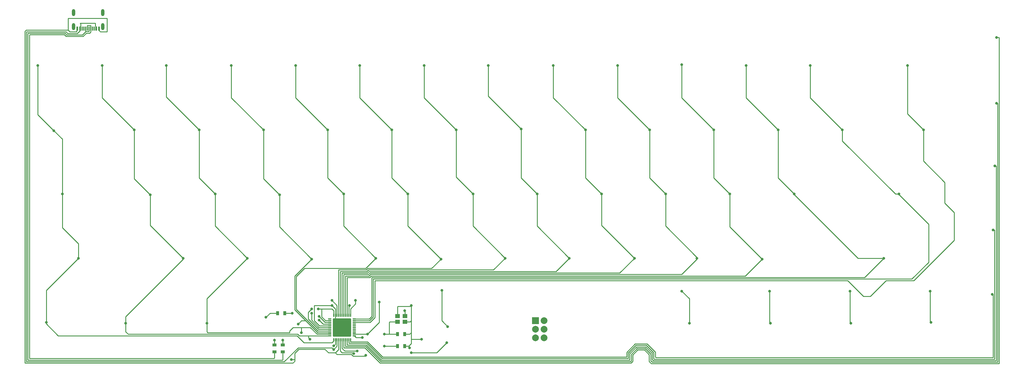
<source format=gbr>
%TF.GenerationSoftware,KiCad,Pcbnew,(6.0.8)*%
%TF.CreationDate,2022-12-31T11:57:47+00:00*%
%TF.ProjectId,USBKB,5553424b-422e-46b6-9963-61645f706362,rev?*%
%TF.SameCoordinates,Original*%
%TF.FileFunction,Copper,L1,Top*%
%TF.FilePolarity,Positive*%
%FSLAX46Y46*%
G04 Gerber Fmt 4.6, Leading zero omitted, Abs format (unit mm)*
G04 Created by KiCad (PCBNEW (6.0.8)) date 2022-12-31 11:57:47*
%MOMM*%
%LPD*%
G01*
G04 APERTURE LIST*
G04 Aperture macros list*
%AMRoundRect*
0 Rectangle with rounded corners*
0 $1 Rounding radius*
0 $2 $3 $4 $5 $6 $7 $8 $9 X,Y pos of 4 corners*
0 Add a 4 corners polygon primitive as box body*
4,1,4,$2,$3,$4,$5,$6,$7,$8,$9,$2,$3,0*
0 Add four circle primitives for the rounded corners*
1,1,$1+$1,$2,$3*
1,1,$1+$1,$4,$5*
1,1,$1+$1,$6,$7*
1,1,$1+$1,$8,$9*
0 Add four rect primitives between the rounded corners*
20,1,$1+$1,$2,$3,$4,$5,0*
20,1,$1+$1,$4,$5,$6,$7,0*
20,1,$1+$1,$6,$7,$8,$9,0*
20,1,$1+$1,$8,$9,$2,$3,0*%
G04 Aperture macros list end*
%TA.AperFunction,ComponentPad*%
%ADD10O,1.000000X2.100000*%
%TD*%
%TA.AperFunction,SMDPad,CuDef*%
%ADD11R,0.600000X1.150000*%
%TD*%
%TA.AperFunction,SMDPad,CuDef*%
%ADD12R,0.300000X1.150000*%
%TD*%
%TA.AperFunction,SMDPad,CuDef*%
%ADD13R,1.300000X0.900000*%
%TD*%
%TA.AperFunction,SMDPad,CuDef*%
%ADD14R,0.900000X1.300000*%
%TD*%
%TA.AperFunction,ComponentPad*%
%ADD15R,2.000000X2.000000*%
%TD*%
%TA.AperFunction,ComponentPad*%
%ADD16C,2.000000*%
%TD*%
%TA.AperFunction,SMDPad,CuDef*%
%ADD17O,1.150000X0.300000*%
%TD*%
%TA.AperFunction,SMDPad,CuDef*%
%ADD18O,0.300000X1.150000*%
%TD*%
%TA.AperFunction,SMDPad,CuDef*%
%ADD19RoundRect,0.200000X-2.500000X-2.500000X2.500000X-2.500000X2.500000X2.500000X-2.500000X2.500000X0*%
%TD*%
%TA.AperFunction,SMDPad,CuDef*%
%ADD20R,1.400000X1.200000*%
%TD*%
%TA.AperFunction,ViaPad*%
%ADD21C,0.800000*%
%TD*%
%TA.AperFunction,Conductor*%
%ADD22C,0.250000*%
%TD*%
G04 APERTURE END LIST*
D10*
%TO.P,U1,*%
%TO.N,*%
X45220002Y-22765000D03*
X36580002Y-26945000D03*
X36580002Y-22765000D03*
X45220002Y-26945000D03*
D11*
%TO.P,U1,A1/B12,GND*%
%TO.N,Net-(C1-Pad1)*%
X44100002Y-27520000D03*
%TO.P,U1,A4/B9,VBUS*%
%TO.N,Net-(U1-PadA4/B9)*%
X43300002Y-27520000D03*
D12*
%TO.P,U1,A5,CC1*%
%TO.N,unconnected-(U1-PadA5)*%
X42150002Y-27520000D03*
%TO.P,U1,A6,DP*%
%TO.N,Net-(R1-Pad2)*%
X41150002Y-27520000D03*
%TO.P,U1,A7,DN*%
%TO.N,Net-(R2-Pad2)*%
X40650002Y-27520000D03*
%TO.P,U1,A8,SBU1*%
%TO.N,unconnected-(U1-PadA8)*%
X39650002Y-27520000D03*
D11*
%TO.P,U1,B1/A12,GND*%
%TO.N,Net-(C1-Pad1)*%
X37700002Y-27520000D03*
%TO.P,U1,B4/A9,VBUS*%
%TO.N,Net-(U1-PadA4/B9)*%
X38500002Y-27520000D03*
D12*
%TO.P,U1,B5,CC2*%
%TO.N,unconnected-(U1-PadB5)*%
X39150002Y-27520000D03*
%TO.P,U1,B6,DP*%
%TO.N,Net-(R1-Pad2)*%
X40150002Y-27520000D03*
%TO.P,U1,B7,DN*%
%TO.N,Net-(R2-Pad2)*%
X41650002Y-27520000D03*
%TO.P,U1,B8,SUB2*%
%TO.N,unconnected-(U1-PadB8)*%
X42650002Y-27520000D03*
%TD*%
D13*
%TO.P,R2,1*%
%TO.N,Net-(R2-Pad1)*%
X96000000Y-121150000D03*
%TO.P,R2,2*%
%TO.N,Net-(R2-Pad2)*%
X96000000Y-123250000D03*
%TD*%
D14*
%TO.P,C2,1*%
%TO.N,Net-(C1-Pad1)*%
X134550000Y-118000000D03*
%TO.P,C2,2*%
%TO.N,Net-(C2-Pad2)*%
X132450000Y-118000000D03*
%TD*%
%TO.P,C3,1*%
%TO.N,Net-(C1-Pad1)*%
X134550000Y-121500000D03*
%TO.P,C3,2*%
%TO.N,Net-(C3-Pad2)*%
X132450000Y-121500000D03*
%TD*%
%TO.P,C1,1*%
%TO.N,Net-(C1-Pad1)*%
X96950000Y-111750000D03*
%TO.P,C1,2*%
%TO.N,Net-(C1-Pad2)*%
X99050000Y-111750000D03*
%TD*%
D15*
%TO.P,U2,1,MISO*%
%TO.N,/COL1*%
X173230000Y-113960000D03*
D16*
%TO.P,U2,2,Vcc*%
%TO.N,Net-(U1-PadA4/B9)*%
X175770000Y-113960000D03*
%TO.P,U2,3,SCK*%
%TO.N,/COL3*%
X173230000Y-116500000D03*
%TO.P,U2,4,MOSI*%
%TO.N,/COL2*%
X175770000Y-116500000D03*
%TO.P,U2,5,RST*%
%TO.N,Net-(U2-Pad5)*%
X173230000Y-119040000D03*
%TO.P,U2,6,GND*%
%TO.N,Net-(C1-Pad1)*%
X175770000Y-119040000D03*
%TD*%
D17*
%TO.P,U3,1,PE6*%
%TO.N,unconnected-(U3-Pad1)*%
X112375000Y-113500000D03*
%TO.P,U3,2,UVcc*%
%TO.N,Net-(U1-PadA4/B9)*%
X112375000Y-114000000D03*
%TO.P,U3,3,D-*%
%TO.N,Net-(R2-Pad1)*%
X112375000Y-114500000D03*
%TO.P,U3,4,D+*%
%TO.N,Net-(R1-Pad1)*%
X112375000Y-115000000D03*
%TO.P,U3,5,UGnd*%
%TO.N,Net-(C1-Pad1)*%
X112375000Y-115500000D03*
%TO.P,U3,6,UCap*%
%TO.N,Net-(C1-Pad2)*%
X112375000Y-116000000D03*
%TO.P,U3,7,VBus*%
%TO.N,Net-(U1-PadA4/B9)*%
X112375000Y-116500000D03*
%TO.P,U3,8,PB0(SS)*%
%TO.N,/COL4*%
X112375000Y-117000000D03*
%TO.P,U3,9,PB1(SCL)*%
%TO.N,/COL3*%
X112375000Y-117500000D03*
%TO.P,U3,10,PB2(MOSI)*%
%TO.N,/COL2*%
X112375000Y-118000000D03*
%TO.P,U3,11,PB3(MISO)*%
%TO.N,/COL1*%
X112375000Y-118500000D03*
D18*
%TO.P,U3,12,PB7*%
%TO.N,/COL0*%
X113500000Y-119625000D03*
%TO.P,U3,13,~{RESET}*%
%TO.N,Net-(U2-Pad5)*%
X114000000Y-119625000D03*
%TO.P,U3,14,Vcc*%
%TO.N,Net-(U1-PadA4/B9)*%
X114500000Y-119625000D03*
%TO.P,U3,15,GND*%
%TO.N,Net-(C1-Pad1)*%
X115000000Y-119625000D03*
%TO.P,U3,16,XTAL2*%
%TO.N,Net-(C3-Pad2)*%
X115500000Y-119625000D03*
%TO.P,U3,17,XTAL1*%
%TO.N,Net-(C2-Pad2)*%
X116000000Y-119625000D03*
%TO.P,U3,18,PD0*%
%TO.N,/ROW0*%
X116500000Y-119625000D03*
%TO.P,U3,19,PD1*%
%TO.N,/ROW1*%
X117000000Y-119625000D03*
%TO.P,U3,20,PD2*%
%TO.N,/ROW2*%
X117500000Y-119625000D03*
%TO.P,U3,21,PD3*%
%TO.N,/ROW3*%
X118000000Y-119625000D03*
%TO.P,U3,22,PD5*%
%TO.N,/ROW4*%
X118500000Y-119625000D03*
D17*
%TO.P,U3,23,GND*%
%TO.N,Net-(C1-Pad1)*%
X119625000Y-118500000D03*
%TO.P,U3,24,AVcc*%
%TO.N,Net-(U1-PadA4/B9)*%
X119625000Y-118000000D03*
%TO.P,U3,25,PD4*%
%TO.N,unconnected-(U3-Pad25)*%
X119625000Y-117500000D03*
%TO.P,U3,26,PD6*%
%TO.N,unconnected-(U3-Pad26)*%
X119625000Y-117000000D03*
%TO.P,U3,27,PD7*%
%TO.N,unconnected-(U3-Pad27)*%
X119625000Y-116500000D03*
%TO.P,U3,28,PB4*%
%TO.N,unconnected-(U3-Pad28)*%
X119625000Y-116000000D03*
%TO.P,U3,29,PB5*%
%TO.N,unconnected-(U3-Pad29)*%
X119625000Y-115500000D03*
%TO.P,U3,30,PB6*%
%TO.N,unconnected-(U3-Pad30)*%
X119625000Y-115000000D03*
%TO.P,U3,31,PC6*%
%TO.N,/COL13*%
X119625000Y-114500000D03*
%TO.P,U3,32,PC7*%
%TO.N,/COL12*%
X119625000Y-114000000D03*
%TO.P,U3,33,PE2*%
%TO.N,/COL11*%
X119625000Y-113500000D03*
D18*
%TO.P,U3,34,Vcc*%
%TO.N,Net-(U1-PadA4/B9)*%
X118500000Y-112375000D03*
%TO.P,U3,35,GND*%
%TO.N,Net-(C1-Pad1)*%
X118000000Y-112375000D03*
%TO.P,U3,36,PF7*%
%TO.N,/COL10*%
X117500000Y-112375000D03*
%TO.P,U3,37,PF6*%
%TO.N,/COL9*%
X117000000Y-112375000D03*
%TO.P,U3,38,PF5*%
%TO.N,/COL8*%
X116500000Y-112375000D03*
%TO.P,U3,39,PF4*%
%TO.N,/COL7*%
X116000000Y-112375000D03*
%TO.P,U3,40,PF1*%
%TO.N,/COL6*%
X115500000Y-112375000D03*
%TO.P,U3,41,PF0*%
%TO.N,/COL5*%
X115000000Y-112375000D03*
%TO.P,U3,42,AREF*%
%TO.N,Net-(U1-PadA4/B9)*%
X114500000Y-112375000D03*
%TO.P,U3,43,GND*%
%TO.N,Net-(C1-Pad1)*%
X114000000Y-112375000D03*
%TO.P,U3,44,AVcc*%
%TO.N,Net-(U1-PadA4/B9)*%
X113500000Y-112375000D03*
D19*
%TO.P,U3,45,GND*%
%TO.N,Net-(C1-Pad1)*%
X116000000Y-116000000D03*
%TD*%
D13*
%TO.P,R1,1*%
%TO.N,Net-(R1-Pad1)*%
X98500000Y-121150000D03*
%TO.P,R1,2*%
%TO.N,Net-(R1-Pad2)*%
X98500000Y-123250000D03*
%TD*%
D20*
%TO.P,Y1,1,1*%
%TO.N,Net-(C2-Pad2)*%
X132400000Y-114350000D03*
%TO.P,Y1,2,2*%
%TO.N,Net-(C1-Pad1)*%
X134600000Y-114350000D03*
%TO.P,Y1,3,3*%
%TO.N,Net-(C3-Pad2)*%
X134600000Y-112650000D03*
%TO.P,Y1,4,4*%
%TO.N,Net-(C1-Pad1)*%
X132400000Y-112650000D03*
%TD*%
D21*
%TO.N,Net-(C1-Pad1)*%
X93500000Y-113000000D03*
X113000000Y-109500000D03*
X118224500Y-109500000D03*
X139500000Y-119500000D03*
X136000000Y-122000000D03*
X101000000Y-125500000D03*
X136500000Y-109500000D03*
X121981551Y-118993850D03*
X123012299Y-124224500D03*
%TO.N,Net-(C1-Pad2)*%
X107000000Y-111750000D03*
X101250000Y-111750000D03*
%TO.N,Net-(C2-Pad2)*%
X128500000Y-118000000D03*
X120500000Y-123000000D03*
%TO.N,Net-(C3-Pad2)*%
X134500000Y-111000000D03*
X128500000Y-121500000D03*
X119500000Y-123724500D03*
%TO.N,/ROW2*%
X309120495Y-68175000D03*
%TO.N,/COL1*%
X54500000Y-57500000D03*
X106500000Y-119500000D03*
X69000000Y-95500000D03*
X59250000Y-76750000D03*
X52000000Y-114750000D03*
X44997978Y-38493818D03*
%TO.N,/COL11*%
X290250000Y-114500000D03*
X249750000Y-76500000D03*
X276250000Y-95500000D03*
X290000000Y-105275500D03*
X245000000Y-57500000D03*
X235500000Y-38500000D03*
%TO.N,/ROW3*%
X308620495Y-87175000D03*
%TO.N,/COL5*%
X145500000Y-105000000D03*
X145250000Y-95750000D03*
X135500000Y-76500000D03*
X130750000Y-57500000D03*
X147250000Y-115750000D03*
X121250000Y-38500000D03*
%TO.N,/ROW1*%
X309620495Y-49675000D03*
%TO.N,/COL13*%
X288000000Y-57500000D03*
X283250000Y-38500000D03*
%TO.N,/ROW0*%
X309620495Y-30175000D03*
%TO.N,/COL3*%
X83248960Y-38499999D03*
X107000000Y-95750000D03*
X103000000Y-115000000D03*
X97500000Y-76750000D03*
X92750000Y-57500000D03*
%TO.N,/COL0*%
X28500000Y-114500000D03*
X38000000Y-95500000D03*
X26000000Y-38500000D03*
X30750000Y-57750000D03*
X33250000Y-76500000D03*
%TO.N,/COL8*%
X178500000Y-38500000D03*
X218750000Y-114750000D03*
X202500000Y-95500000D03*
X216500000Y-105250000D03*
X188000000Y-57500000D03*
X192750000Y-76500000D03*
%TO.N,/COL12*%
X264000000Y-57500000D03*
X280750000Y-76500000D03*
X254500000Y-38500000D03*
%TO.N,/COL4*%
X126000000Y-95500000D03*
X116500000Y-76500000D03*
X111750000Y-57500000D03*
X102250000Y-38500000D03*
%TO.N,/ROW4*%
X308325500Y-106175000D03*
%TO.N,/COL10*%
X216500000Y-38250000D03*
X266250000Y-105275500D03*
X226000000Y-57500000D03*
X230750000Y-76500000D03*
X266500000Y-114750000D03*
X240250000Y-95750000D03*
%TO.N,/COL6*%
X154750000Y-76500000D03*
X149750000Y-57500000D03*
X164250000Y-95500000D03*
X140250000Y-38500000D03*
%TO.N,/COL7*%
X159250000Y-38500000D03*
X169000000Y-57250000D03*
X183250000Y-95500000D03*
X173750000Y-76500000D03*
%TO.N,/COL9*%
X221000000Y-95500000D03*
X242750000Y-114750000D03*
X207000000Y-57500000D03*
X242500000Y-105250000D03*
X197500000Y-38500000D03*
X211750000Y-76500000D03*
%TO.N,/COL2*%
X88000000Y-95500000D03*
X63999364Y-38493818D03*
X147000000Y-120500000D03*
X136500000Y-123500000D03*
X78500000Y-76500000D03*
X76000000Y-114750000D03*
X104000000Y-117500000D03*
X73750000Y-57500000D03*
%TO.N,Net-(R1-Pad1)*%
X109192004Y-113832594D03*
X98500000Y-119750000D03*
%TO.N,Net-(R2-Pad1)*%
X109250000Y-112750000D03*
X96000000Y-119750000D03*
%TO.N,Net-(U2-Pad5)*%
X113500000Y-121475402D03*
%TO.N,Net-(U1-PadA4/B9)*%
X113500000Y-122500000D03*
X109000000Y-110500000D03*
X123500000Y-118000000D03*
X107000000Y-110500000D03*
X120000000Y-108000000D03*
X127000000Y-108500000D03*
X113000000Y-108000000D03*
%TD*%
D22*
%TO.N,Net-(C1-Pad1)*%
X114025000Y-110525000D02*
X114025000Y-112250000D01*
X37700002Y-27520000D02*
X37500000Y-27720002D01*
X118750195Y-124000000D02*
X114500000Y-124000000D01*
X136500000Y-114000000D02*
X136150000Y-114350000D01*
X120125000Y-119000000D02*
X119625000Y-118500000D01*
X136500000Y-119500000D02*
X136500000Y-120750000D01*
X102000000Y-126000000D02*
X102000000Y-125500000D01*
X35500000Y-28500000D02*
X35000000Y-28000000D01*
X136500000Y-109500000D02*
X136250000Y-109750000D01*
X118000000Y-109724500D02*
X118000000Y-112375000D01*
X112000000Y-123500000D02*
X114000000Y-123500000D01*
X121975401Y-119000000D02*
X120125000Y-119000000D01*
X116000000Y-116000000D02*
X114000000Y-114000000D01*
X136000000Y-121750000D02*
X135750000Y-121500000D01*
X136250000Y-109750000D02*
X132500000Y-109750000D01*
X113000000Y-109500000D02*
X114025000Y-110525000D01*
X35000000Y-28000000D02*
X22500000Y-28000000D01*
X103500000Y-122450000D02*
X110950000Y-122450000D01*
X136000000Y-118000000D02*
X134300000Y-118000000D01*
X101000000Y-125500000D02*
X102000000Y-125500000D01*
X135750000Y-121500000D02*
X134550000Y-121500000D01*
X46500000Y-28500000D02*
X46500000Y-24500000D01*
X110950000Y-122450000D02*
X112000000Y-123500000D01*
X123012299Y-124224500D02*
X122736799Y-124500000D01*
X107750000Y-109500000D02*
X107750000Y-113954416D01*
X136500000Y-120750000D02*
X135750000Y-121500000D01*
X46500000Y-24500000D02*
X35000000Y-24500000D01*
X102000000Y-125500000D02*
X102000000Y-123636396D01*
X44100002Y-27520000D02*
X44100002Y-28100002D01*
X136500000Y-114000000D02*
X136500000Y-117500000D01*
X113000000Y-109500000D02*
X107750000Y-109500000D01*
X44500000Y-28500000D02*
X46500000Y-28500000D01*
X107750000Y-113954416D02*
X109295584Y-115500000D01*
X22500000Y-28000000D02*
X22150000Y-28350000D01*
X122736799Y-124500000D02*
X119250195Y-124500000D01*
X132400000Y-109850000D02*
X132400000Y-112650000D01*
X139500000Y-119500000D02*
X136500000Y-119500000D01*
X96950000Y-111750000D02*
X94750000Y-111750000D01*
X114000000Y-123500000D02*
X115000000Y-122500000D01*
X102000000Y-123636396D02*
X103186396Y-122450000D01*
X119250195Y-124500000D02*
X118750195Y-124000000D01*
X44100002Y-28100002D02*
X44500000Y-28500000D01*
X136150000Y-114350000D02*
X134600000Y-114350000D01*
X22150000Y-28350000D02*
X22150000Y-126550000D01*
X94750000Y-111750000D02*
X93500000Y-113000000D01*
X35000000Y-24500000D02*
X35000000Y-28000000D01*
X121981551Y-118993850D02*
X121975401Y-119000000D01*
X37500000Y-28500000D02*
X35500000Y-28500000D01*
X136000000Y-122000000D02*
X136000000Y-121750000D01*
X132500000Y-109750000D02*
X132400000Y-109850000D01*
X115000000Y-122500000D02*
X115000000Y-119625000D01*
X114500000Y-124000000D02*
X114000000Y-123500000D01*
X103186396Y-122450000D02*
X103500000Y-122450000D01*
X114000000Y-114000000D02*
X114000000Y-112375000D01*
X136500000Y-117500000D02*
X136500000Y-119500000D01*
X118224500Y-109500000D02*
X118000000Y-109724500D01*
X37500000Y-27720002D02*
X37500000Y-28500000D01*
X109295584Y-115500000D02*
X112375000Y-115500000D01*
X136500000Y-117500000D02*
X136000000Y-118000000D01*
X101450000Y-126550000D02*
X102000000Y-126000000D01*
X136500000Y-109500000D02*
X136500000Y-114000000D01*
X22150000Y-126550000D02*
X101450000Y-126550000D01*
%TO.N,Net-(C1-Pad2)*%
X101250000Y-111750000D02*
X99050000Y-111750000D01*
X109159188Y-116000000D02*
X112375000Y-116000000D01*
X107000000Y-111750000D02*
X107000000Y-113840812D01*
X107000000Y-113840812D02*
X109159188Y-116000000D01*
%TO.N,Net-(C2-Pad2)*%
X132400000Y-114350000D02*
X130150000Y-114350000D01*
X116000000Y-122186396D02*
X116000000Y-119625000D01*
X116813604Y-123000000D02*
X116000000Y-122186396D01*
X120500000Y-123000000D02*
X116813604Y-123000000D01*
X130150000Y-114350000D02*
X130000000Y-114500000D01*
X130000000Y-118000000D02*
X128500000Y-118000000D01*
X130000000Y-114500000D02*
X130000000Y-118000000D01*
X132450000Y-118000000D02*
X130000000Y-118000000D01*
%TO.N,Net-(C3-Pad2)*%
X119275500Y-123500000D02*
X116000000Y-123500000D01*
X132450000Y-121500000D02*
X128500000Y-121500000D01*
X119500000Y-123724500D02*
X119275500Y-123500000D01*
X134600000Y-111100000D02*
X134500000Y-111000000D01*
X134600000Y-112650000D02*
X134600000Y-111100000D01*
X115500000Y-123000000D02*
X115500000Y-119625000D01*
X116000000Y-123500000D02*
X115500000Y-123000000D01*
%TO.N,/ROW2*%
X201100000Y-125650000D02*
X127672792Y-125650000D01*
X208075000Y-125825000D02*
X207760806Y-125510806D01*
X309500000Y-68175000D02*
X309500000Y-125825000D01*
X207760806Y-123675455D02*
X205831050Y-121745699D01*
X205831050Y-121745699D02*
X203101960Y-121745699D01*
X309500000Y-125825000D02*
X208075000Y-125825000D01*
X309120495Y-68175000D02*
X309500000Y-68175000D01*
X117500000Y-121150000D02*
X117500000Y-119625000D01*
X127672792Y-125650000D02*
X123172792Y-121150000D01*
X203101960Y-121745699D02*
X201100000Y-123747659D01*
X123172792Y-121150000D02*
X117500000Y-121150000D01*
X201100000Y-123747659D02*
X201100000Y-125650000D01*
X207760806Y-125510806D02*
X207760806Y-123675455D01*
%TO.N,/COL1*%
X106050000Y-118450000D02*
X111700000Y-118450000D01*
X54500000Y-57500000D02*
X54500000Y-72000000D01*
X52000000Y-112761059D02*
X52000000Y-114750000D01*
X106500000Y-119500000D02*
X106050000Y-119050000D01*
X106050000Y-119050000D02*
X106050000Y-118450000D01*
X52000000Y-114750000D02*
X52000000Y-117250000D01*
X52000000Y-117250000D02*
X52750000Y-118000000D01*
X59250000Y-76750000D02*
X59250000Y-85750000D01*
X44997978Y-47997978D02*
X54500000Y-57500000D01*
X52750000Y-118000000D02*
X102886396Y-118000000D01*
X54500000Y-72000000D02*
X59250000Y-76750000D01*
X111750000Y-118500000D02*
X112375000Y-118500000D01*
X59250000Y-85750000D02*
X69000000Y-95500000D01*
X44997978Y-38493818D02*
X44997978Y-47997978D01*
X69000000Y-95500000D02*
X69000000Y-95761059D01*
X102886396Y-118000000D02*
X103336396Y-118450000D01*
X103336396Y-118450000D02*
X106050000Y-118450000D01*
X111700000Y-118450000D02*
X111750000Y-118500000D01*
X69000000Y-95761059D02*
X52000000Y-112761059D01*
%TO.N,/COL11*%
X235500000Y-48000000D02*
X245000000Y-57500000D01*
X290000000Y-105275500D02*
X290000000Y-114250000D01*
X245000000Y-57500000D02*
X245000000Y-71750000D01*
X290000000Y-114250000D02*
X290250000Y-114500000D01*
X249750000Y-76634764D02*
X268615236Y-95500000D01*
X270550000Y-101200000D02*
X124809188Y-101200000D01*
X268615236Y-95500000D02*
X276250000Y-95500000D01*
X124809188Y-112690812D02*
X124000000Y-113500000D01*
X249750000Y-76500000D02*
X249750000Y-76634764D01*
X235500000Y-38500000D02*
X235500000Y-48000000D01*
X276250000Y-95500000D02*
X270550000Y-101200000D01*
X245000000Y-71750000D02*
X249750000Y-76500000D01*
X124000000Y-113500000D02*
X119625000Y-113500000D01*
X124809188Y-101200000D02*
X124809188Y-112690812D01*
%TO.N,/ROW3*%
X200650000Y-125200000D02*
X127859188Y-125200000D01*
X208210806Y-123489059D02*
X206017446Y-121295699D01*
X202915564Y-121295699D02*
X200650000Y-123561263D01*
X200650000Y-123561263D02*
X200650000Y-125200000D01*
X127859188Y-125200000D02*
X123359188Y-120700000D01*
X208210806Y-125200000D02*
X208210806Y-123489059D01*
X118000000Y-120700000D02*
X118000000Y-119625000D01*
X123359188Y-120700000D02*
X118000000Y-120700000D01*
X309050000Y-87175000D02*
X309050000Y-125375000D01*
X309050000Y-125375000D02*
X208385806Y-125375000D01*
X206017446Y-121295699D02*
X202915564Y-121295699D01*
X208385806Y-125375000D02*
X208210806Y-125200000D01*
X308620495Y-87175000D02*
X309050000Y-87175000D01*
%TO.N,/COL5*%
X145250000Y-95750000D02*
X142500000Y-98500000D01*
X145750000Y-114250000D02*
X147250000Y-115750000D01*
X123636396Y-98500000D02*
X123186396Y-98950000D01*
X145500000Y-105000000D02*
X145500000Y-114000000D01*
X142500000Y-98500000D02*
X123636396Y-98500000D01*
X115000000Y-98950000D02*
X115000000Y-112375000D01*
X123186396Y-98950000D02*
X115000000Y-98950000D01*
X121250000Y-38500000D02*
X121250000Y-48000000D01*
X121250000Y-48000000D02*
X130750000Y-57500000D01*
X135500000Y-76500000D02*
X135500000Y-86000000D01*
X135500000Y-86000000D02*
X145250000Y-95750000D01*
X145500000Y-114000000D02*
X145750000Y-114250000D01*
X130750000Y-71750000D02*
X135500000Y-76500000D01*
X130750000Y-57500000D02*
X130750000Y-71750000D01*
%TO.N,/ROW1*%
X201550000Y-123934055D02*
X201550000Y-125863604D01*
X309620495Y-49675000D02*
X309950000Y-49675000D01*
X309950000Y-126275000D02*
X207838604Y-126275000D01*
X207486396Y-126100000D02*
X207310806Y-125924410D01*
X207310806Y-123861851D02*
X205644654Y-122195699D01*
X127486396Y-126100000D02*
X122986396Y-121600000D01*
X207310806Y-125924410D02*
X207310806Y-123861851D01*
X122986396Y-121600000D02*
X117000000Y-121600000D01*
X207838604Y-126275000D02*
X207663604Y-126100000D01*
X309950000Y-49675000D02*
X309950000Y-126275000D01*
X117000000Y-121600000D02*
X117000000Y-119625000D01*
X207663604Y-126100000D02*
X207486396Y-126100000D01*
X201550000Y-125863604D02*
X201313604Y-126100000D01*
X201313604Y-126100000D02*
X127486396Y-126100000D01*
X205644654Y-122195699D02*
X203288356Y-122195699D01*
X203288356Y-122195699D02*
X201550000Y-123934055D01*
%TO.N,/COL13*%
X283250000Y-38500000D02*
X283250000Y-52750000D01*
X265627951Y-102100000D02*
X125709188Y-102100000D01*
X294299006Y-73072993D02*
X294299006Y-79200994D01*
X125709188Y-102100000D02*
X125709188Y-113063604D01*
X125709188Y-113063604D02*
X124272792Y-114500000D01*
X283250000Y-52750000D02*
X288000000Y-57500000D01*
X294299006Y-79200994D02*
X297095006Y-81996994D01*
X288000000Y-66773987D02*
X294299006Y-73072993D01*
X285150000Y-102100000D02*
X276910059Y-102100000D01*
X297095006Y-81996994D02*
X297095006Y-90154994D01*
X288000000Y-57500000D02*
X288000000Y-66773987D01*
X297095006Y-90154994D02*
X285150000Y-102100000D01*
X270277252Y-106749301D02*
X265627951Y-102100000D01*
X276910059Y-102100000D02*
X272260758Y-106749301D01*
X272260758Y-106749301D02*
X270277252Y-106749301D01*
X124272792Y-114500000D02*
X119625000Y-114500000D01*
%TO.N,/ROW0*%
X309620495Y-30175000D02*
X310400000Y-30175000D01*
X202000000Y-124120451D02*
X202000000Y-126050000D01*
X202000000Y-126050000D02*
X201500000Y-126550000D01*
X122800000Y-122050000D02*
X116500000Y-122050000D01*
X206860806Y-126110806D02*
X206860806Y-124048247D01*
X116500000Y-122050000D02*
X116500000Y-119625000D01*
X206860806Y-124048247D02*
X205458258Y-122645699D01*
X127250000Y-126500000D02*
X122800000Y-122050000D01*
X203474752Y-122645699D02*
X202000000Y-124120451D01*
X310400000Y-30175000D02*
X310400000Y-126725000D01*
X207475000Y-126725000D02*
X206860806Y-126110806D01*
X127250000Y-126550000D02*
X127250000Y-126500000D01*
X310400000Y-126725000D02*
X207475000Y-126725000D01*
X205458258Y-122645699D02*
X203474752Y-122645699D01*
X201500000Y-126550000D02*
X127250000Y-126550000D01*
%TO.N,/COL3*%
X102000000Y-100750000D02*
X102000000Y-110750000D01*
X92750000Y-57500000D02*
X92750000Y-72000000D01*
X102000000Y-110750000D02*
X105125000Y-113875000D01*
X105000000Y-114000000D02*
X105125000Y-113875000D01*
X104000000Y-114000000D02*
X105000000Y-114000000D01*
X107000000Y-95750000D02*
X102000000Y-100750000D01*
X97500000Y-86250000D02*
X107000000Y-95750000D01*
X92750000Y-72000000D02*
X97500000Y-76750000D01*
X83248960Y-47998960D02*
X92750000Y-57500000D01*
X83248960Y-38499999D02*
X83248960Y-47998960D01*
X97500000Y-76750000D02*
X97500000Y-86250000D01*
X108750000Y-117500000D02*
X112375000Y-117500000D01*
X103000000Y-115000000D02*
X104000000Y-114000000D01*
X105125000Y-113875000D02*
X108750000Y-117500000D01*
%TO.N,/COL0*%
X28500000Y-105000000D02*
X28500000Y-114500000D01*
X33250000Y-76500000D02*
X33250000Y-86463277D01*
X28500000Y-114500000D02*
X28500000Y-114940764D01*
X28500000Y-114940764D02*
X32009236Y-118450000D01*
X33250000Y-86463277D02*
X38000000Y-91213277D01*
X104750000Y-120500000D02*
X113000000Y-120500000D01*
X38000000Y-95500000D02*
X28500000Y-105000000D01*
X102700000Y-118450000D02*
X104750000Y-120500000D01*
X26000000Y-53000000D02*
X30750000Y-57750000D01*
X33250000Y-60250000D02*
X33250000Y-76500000D01*
X113500000Y-120000000D02*
X113500000Y-119625000D01*
X26000000Y-38500000D02*
X26000000Y-53000000D01*
X32009236Y-118450000D02*
X102700000Y-118450000D01*
X38000000Y-91213277D02*
X38000000Y-95500000D01*
X30750000Y-57750000D02*
X33250000Y-60250000D01*
X113000000Y-120500000D02*
X113500000Y-120000000D01*
%TO.N,/COL8*%
X116500000Y-100300000D02*
X116500000Y-112375000D01*
X178500000Y-48000000D02*
X188000000Y-57500000D01*
X198150000Y-99850000D02*
X124250000Y-99850000D01*
X188000000Y-71750000D02*
X192750000Y-76500000D01*
X192750000Y-85750000D02*
X202500000Y-95500000D01*
X123800000Y-100300000D02*
X116500000Y-100300000D01*
X202500000Y-95500000D02*
X198150000Y-99850000D01*
X218750000Y-107500000D02*
X218750000Y-114750000D01*
X124250000Y-99850000D02*
X123800000Y-100300000D01*
X216500000Y-105250000D02*
X218750000Y-107500000D01*
X178500000Y-38500000D02*
X178500000Y-48000000D01*
X192750000Y-76500000D02*
X192750000Y-85750000D01*
X188000000Y-57500000D02*
X188000000Y-71750000D01*
%TO.N,/COL12*%
X289537006Y-85465770D02*
X289537006Y-96712994D01*
X254500000Y-48000000D02*
X264000000Y-57500000D01*
X280750000Y-76500000D02*
X280750000Y-76678764D01*
X125259188Y-112877208D02*
X124136396Y-114000000D01*
X280750000Y-76678764D02*
X289537006Y-85465770D01*
X279708287Y-76500000D02*
X280750000Y-76500000D01*
X125259188Y-101650000D02*
X125259188Y-112877208D01*
X124136396Y-114000000D02*
X119625000Y-114000000D01*
X264000000Y-60791713D02*
X279708287Y-76500000D01*
X289537006Y-96712994D02*
X284600000Y-101650000D01*
X284600000Y-101650000D02*
X125259188Y-101650000D01*
X264000000Y-57500000D02*
X264000000Y-60791713D01*
X254500000Y-38500000D02*
X254500000Y-48000000D01*
%TO.N,/COL4*%
X111750000Y-71750000D02*
X116500000Y-76500000D01*
X102250000Y-38500000D02*
X102250000Y-48000000D01*
X108911396Y-117025000D02*
X112500000Y-117025000D01*
X111750000Y-57500000D02*
X111750000Y-71750000D01*
X126000000Y-95500000D02*
X123000000Y-98500000D01*
X116500000Y-76500000D02*
X116500000Y-86000000D01*
X102450000Y-100936396D02*
X102450000Y-110563604D01*
X123000000Y-98500000D02*
X104886396Y-98500000D01*
X116500000Y-86000000D02*
X126000000Y-95500000D01*
X102250000Y-48000000D02*
X111750000Y-57500000D01*
X102450000Y-110563604D02*
X108911396Y-117025000D01*
X104886396Y-98500000D02*
X102450000Y-100936396D01*
%TO.N,/ROW4*%
X123545584Y-120250000D02*
X118471751Y-120250000D01*
X118500000Y-120221751D02*
X118500000Y-119625000D01*
X208660806Y-123302663D02*
X206203842Y-120845699D01*
X208660806Y-124750000D02*
X208660806Y-123302663D01*
X206203842Y-120845699D02*
X202729168Y-120845699D01*
X202729168Y-120845699D02*
X200200000Y-123374867D01*
X200200000Y-124750000D02*
X128045584Y-124750000D01*
X308600000Y-106175000D02*
X308600000Y-124925000D01*
X200200000Y-123374867D02*
X200200000Y-124750000D01*
X308600000Y-124925000D02*
X208835806Y-124925000D01*
X118471751Y-120250000D02*
X118500000Y-120221751D01*
X208835806Y-124925000D02*
X208660806Y-124750000D01*
X128045584Y-124750000D02*
X123545584Y-120250000D01*
X308325500Y-106175000D02*
X308600000Y-106175000D01*
%TO.N,/COL10*%
X216500000Y-38250000D02*
X216500000Y-48000000D01*
X266250000Y-105275500D02*
X266250000Y-114500000D01*
X124172792Y-101200000D02*
X117500000Y-101200000D01*
X230750000Y-76500000D02*
X230750000Y-86250000D01*
X235250000Y-100750000D02*
X124622792Y-100750000D01*
X240250000Y-95750000D02*
X235250000Y-100750000D01*
X226000000Y-57500000D02*
X226000000Y-71750000D01*
X266250000Y-114500000D02*
X266500000Y-114750000D01*
X117500000Y-101200000D02*
X117500000Y-112375000D01*
X124622792Y-100750000D02*
X124172792Y-101200000D01*
X230750000Y-86250000D02*
X240250000Y-95750000D01*
X226000000Y-71750000D02*
X230750000Y-76500000D01*
X216500000Y-48000000D02*
X226000000Y-57500000D01*
%TO.N,/COL6*%
X149750000Y-71500000D02*
X154750000Y-76500000D01*
X149750000Y-57500000D02*
X149750000Y-71500000D01*
X154750000Y-86000000D02*
X164250000Y-95500000D01*
X115500000Y-99400000D02*
X115500000Y-112375000D01*
X160800000Y-98950000D02*
X123822792Y-98950000D01*
X154750000Y-76500000D02*
X154750000Y-86000000D01*
X164250000Y-95500000D02*
X160800000Y-98950000D01*
X123822792Y-98950000D02*
X123372792Y-99400000D01*
X123372792Y-99400000D02*
X115500000Y-99400000D01*
X140250000Y-48000000D02*
X149750000Y-57500000D01*
X140250000Y-38500000D02*
X140250000Y-48000000D01*
%TO.N,/COL7*%
X124009188Y-99400000D02*
X123559188Y-99850000D01*
X159250000Y-38500000D02*
X159250000Y-47500000D01*
X179350000Y-99400000D02*
X124009188Y-99400000D01*
X173750000Y-76500000D02*
X173750000Y-86000000D01*
X169000000Y-57250000D02*
X169000000Y-71750000D01*
X123559188Y-99850000D02*
X116000000Y-99850000D01*
X183250000Y-95500000D02*
X179350000Y-99400000D01*
X169000000Y-71750000D02*
X173750000Y-76500000D01*
X159250000Y-47500000D02*
X169000000Y-57250000D01*
X116000000Y-99850000D02*
X116000000Y-112375000D01*
X173750000Y-86000000D02*
X183250000Y-95500000D01*
%TO.N,/COL9*%
X197500000Y-38500000D02*
X197500000Y-48000000D01*
X207000000Y-57500000D02*
X207000000Y-71750000D01*
X117000000Y-100750000D02*
X117000000Y-112375000D01*
X124436396Y-100300000D02*
X123986396Y-100750000D01*
X197500000Y-48000000D02*
X207000000Y-57500000D01*
X221000000Y-95500000D02*
X221000000Y-95250000D01*
X221000000Y-95750000D02*
X216450000Y-100300000D01*
X216450000Y-100300000D02*
X124436396Y-100300000D01*
X123986396Y-100750000D02*
X117000000Y-100750000D01*
X211750000Y-86000000D02*
X211750000Y-76500000D01*
X242500000Y-105250000D02*
X242500000Y-114500000D01*
X221000000Y-95250000D02*
X211750000Y-86000000D01*
X242500000Y-114500000D02*
X242750000Y-114750000D01*
X221000000Y-95500000D02*
X221000000Y-95750000D01*
X207000000Y-71750000D02*
X211750000Y-76500000D01*
%TO.N,/COL2*%
X108613604Y-118000000D02*
X106613604Y-116000000D01*
X78500000Y-86000000D02*
X88000000Y-95500000D01*
X101500000Y-116000000D02*
X100500000Y-117000000D01*
X147000000Y-120500000D02*
X144000000Y-123500000D01*
X144000000Y-123500000D02*
X136500000Y-123500000D01*
X106613604Y-116000000D02*
X104500000Y-116000000D01*
X88000000Y-95500000D02*
X76000000Y-107500000D01*
X76275001Y-117525001D02*
X91974999Y-117525001D01*
X63999364Y-47749364D02*
X73750000Y-57500000D01*
X78500000Y-76500000D02*
X78500000Y-86000000D01*
X104000000Y-116000000D02*
X104500000Y-116000000D01*
X91974999Y-117525001D02*
X92000000Y-117500000D01*
X104500000Y-116000000D02*
X101500000Y-116000000D01*
X63999364Y-38493818D02*
X63999364Y-47749364D01*
X112375000Y-118000000D02*
X108613604Y-118000000D01*
X73750000Y-57500000D02*
X73750000Y-71750000D01*
X73750000Y-71750000D02*
X78500000Y-76500000D01*
X100500000Y-117000000D02*
X100500000Y-117500000D01*
X76000000Y-114750000D02*
X76000000Y-117250000D01*
X104000000Y-117500000D02*
X104000000Y-116000000D01*
X92000000Y-117500000D02*
X100500000Y-117500000D01*
X76000000Y-107500000D02*
X76000000Y-114750000D01*
X76000000Y-117250000D02*
X76275001Y-117525001D01*
%TO.N,Net-(R1-Pad1)*%
X109192004Y-113832594D02*
X110359410Y-115000000D01*
X110359410Y-115000000D02*
X112375000Y-115000000D01*
X98500000Y-121150000D02*
X98500000Y-119750000D01*
%TO.N,Net-(R1-Pad2)*%
X23100000Y-28900000D02*
X23050000Y-28950000D01*
X40175002Y-28420000D02*
X40150002Y-28395000D01*
X98500000Y-125500000D02*
X98500000Y-123250000D01*
X40175002Y-28420000D02*
X39195002Y-29400000D01*
X23050000Y-125650000D02*
X98350000Y-125650000D01*
X34577208Y-29400000D02*
X34077208Y-28900000D01*
X40150002Y-28395000D02*
X40150002Y-27520000D01*
X34077208Y-28900000D02*
X23100000Y-28900000D01*
X23050000Y-28950000D02*
X23050000Y-125650000D01*
X41150002Y-28395000D02*
X41125002Y-28420000D01*
X41150002Y-27520000D02*
X41150002Y-28395000D01*
X41125002Y-28420000D02*
X40175002Y-28420000D01*
X98350000Y-125650000D02*
X98500000Y-125500000D01*
X39195002Y-29400000D02*
X34577208Y-29400000D01*
%TO.N,Net-(R2-Pad1)*%
X96000000Y-121150000D02*
X96000000Y-119750000D01*
X111000000Y-114500000D02*
X112375000Y-114500000D01*
X109250000Y-112750000D02*
X111000000Y-114500000D01*
%TO.N,Net-(R2-Pad2)*%
X39381398Y-29850000D02*
X34350000Y-29850000D01*
X41625002Y-26620000D02*
X40675002Y-26620000D01*
X41311398Y-28870000D02*
X40361398Y-28870000D01*
X34350000Y-29850000D02*
X33850000Y-29350000D01*
X41650002Y-28531396D02*
X41311398Y-28870000D01*
X23650000Y-29350000D02*
X23500000Y-29500000D01*
X95800000Y-125200000D02*
X96000000Y-125000000D01*
X41650002Y-27520000D02*
X41650002Y-26645000D01*
X41650002Y-27520000D02*
X41650002Y-28531396D01*
X40675002Y-26620000D02*
X40650002Y-26645000D01*
X41650002Y-26645000D02*
X41625002Y-26620000D01*
X40650002Y-26645000D02*
X40650002Y-27520000D01*
X40361398Y-28870000D02*
X39381398Y-29850000D01*
X33850000Y-29350000D02*
X23650000Y-29350000D01*
X23500000Y-125200000D02*
X95800000Y-125200000D01*
X96000000Y-125000000D02*
X96000000Y-123250000D01*
X23500000Y-29500000D02*
X23500000Y-125200000D01*
%TO.N,Net-(U2-Pad5)*%
X114000000Y-121000000D02*
X114000000Y-119625000D01*
X113524598Y-121475402D02*
X114000000Y-121000000D01*
X113500000Y-121475402D02*
X113524598Y-121475402D01*
%TO.N,Net-(U1-PadA4/B9)*%
X109000000Y-110500000D02*
X110000000Y-110500000D01*
X34813604Y-28950000D02*
X37686396Y-28950000D01*
X120000000Y-108000000D02*
X120000000Y-109000000D01*
X34363604Y-28500000D02*
X34813604Y-28950000D01*
X22600000Y-28536396D02*
X22600000Y-29000000D01*
X113000000Y-110500000D02*
X113500000Y-111000000D01*
X111136396Y-114000000D02*
X112375000Y-114000000D01*
X113500000Y-122500000D02*
X113000000Y-122000000D01*
X22686396Y-28450000D02*
X22600000Y-28536396D01*
X34363604Y-28500000D02*
X34313604Y-28450000D01*
X106000000Y-111500000D02*
X107000000Y-110500000D01*
X37686396Y-28950000D02*
X38500002Y-28136394D01*
X127000000Y-114500000D02*
X123500000Y-118000000D01*
X114500000Y-121500000D02*
X114500000Y-119625000D01*
X38500002Y-28136394D02*
X38500002Y-27520000D01*
X38500002Y-26944951D02*
X38710003Y-26734950D01*
X22600000Y-126100000D02*
X22600000Y-29000000D01*
X43125002Y-27345000D02*
X43300002Y-27520000D01*
X118500000Y-110500000D02*
X118500000Y-112375000D01*
X127000000Y-108500000D02*
X127000000Y-114500000D01*
X38527476Y-25972523D02*
X42972523Y-25972523D01*
X43000000Y-26620000D02*
X43125002Y-26745002D01*
X110000000Y-112863604D02*
X111136396Y-114000000D01*
X23150000Y-28450000D02*
X22686396Y-28450000D01*
X110000000Y-110500000D02*
X113000000Y-110500000D01*
X43000000Y-26000000D02*
X43000000Y-26620000D01*
X110000000Y-110500000D02*
X110000000Y-112863604D01*
X112375000Y-116500000D02*
X109022792Y-116500000D01*
X106000000Y-113477208D02*
X106000000Y-111500000D01*
X38710003Y-26734950D02*
X38710003Y-26155050D01*
X113000000Y-122000000D02*
X103000000Y-122000000D01*
X109022792Y-116500000D02*
X106000000Y-113477208D01*
X42972523Y-25972523D02*
X43000000Y-26000000D01*
X113500000Y-122500000D02*
X114500000Y-121500000D01*
X114500000Y-109500000D02*
X113000000Y-108000000D01*
X103000000Y-122000000D02*
X98900000Y-126100000D01*
X120000000Y-109000000D02*
X118500000Y-110500000D01*
X114500000Y-112375000D02*
X114500000Y-109500000D01*
X34313604Y-28450000D02*
X23500000Y-28450000D01*
X113500000Y-111000000D02*
X113500000Y-112375000D01*
X123500000Y-118000000D02*
X119625000Y-118000000D01*
X38500002Y-27520000D02*
X38500002Y-26944951D01*
X23500000Y-28450000D02*
X23150000Y-28450000D01*
X98900000Y-126100000D02*
X22600000Y-126100000D01*
X43125002Y-26745002D02*
X43125002Y-27345000D01*
X38710003Y-26155050D02*
X38527476Y-25972523D01*
%TD*%
M02*

</source>
